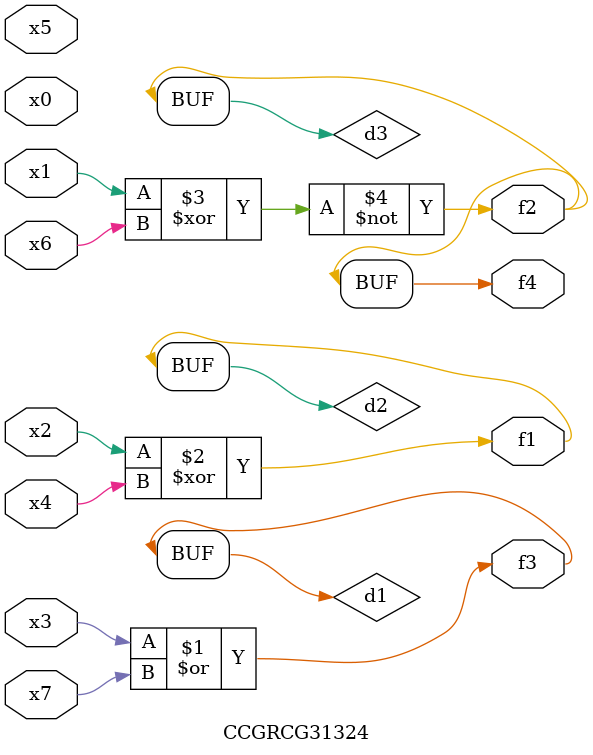
<source format=v>
module CCGRCG31324(
	input x0, x1, x2, x3, x4, x5, x6, x7,
	output f1, f2, f3, f4
);

	wire d1, d2, d3;

	or (d1, x3, x7);
	xor (d2, x2, x4);
	xnor (d3, x1, x6);
	assign f1 = d2;
	assign f2 = d3;
	assign f3 = d1;
	assign f4 = d3;
endmodule

</source>
